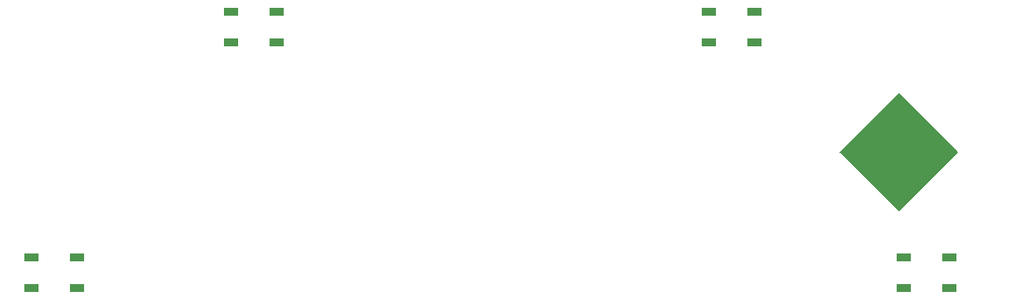
<source format=gtp>
G75*
%MOIN*%
%OFA0B0*%
%FSLAX25Y25*%
%IPPOS*%
%LPD*%
%AMOC8*
5,1,8,0,0,1.08239X$1,22.5*
%
%ADD10R,0.05906X0.03543*%
%ADD11R,0.35433X0.35433*%
D10*
X0033524Y0122225D03*
X0052816Y0122225D03*
X0052816Y0135217D03*
X0033524Y0135217D03*
X0118170Y0226556D03*
X0137461Y0226556D03*
X0137461Y0239548D03*
X0118170Y0239548D03*
X0320926Y0239548D03*
X0340217Y0239548D03*
X0340217Y0226556D03*
X0320926Y0226556D03*
X0403603Y0135217D03*
X0403603Y0122225D03*
X0422894Y0122225D03*
X0422894Y0135217D03*
D11*
G36*
X0426492Y0179902D02*
X0401438Y0154848D01*
X0376384Y0179902D01*
X0401438Y0204956D01*
X0426492Y0179902D01*
G37*
M02*

</source>
